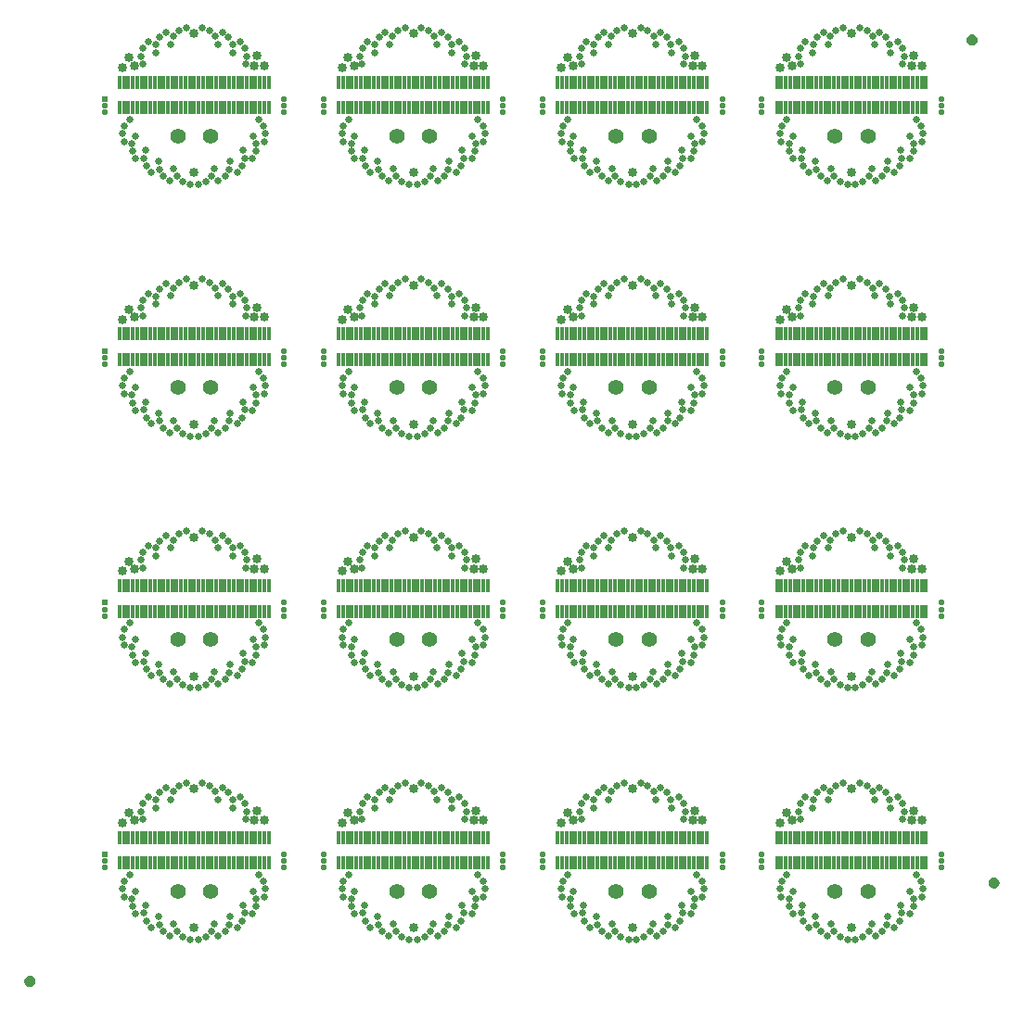
<source format=gts>
G75*
%MOIN*%
%OFA0B0*%
%FSLAX25Y25*%
%IPPOS*%
%LPD*%
%AMOC8*
5,1,8,0,0,1.08239X$1,22.5*
%
%ADD10C,0.05518*%
%ADD11C,0.02369*%
%ADD12C,0.02172*%
%ADD13C,0.03353*%
%ADD14R,0.01187X0.04888*%
%ADD15C,0.02500*%
%ADD16C,0.01969*%
D10*
X0328219Y0178022D03*
X0340030Y0178022D03*
X0406959Y0178022D03*
X0418770Y0178022D03*
X0485699Y0178022D03*
X0497510Y0178022D03*
X0564439Y0178022D03*
X0576250Y0178022D03*
X0576250Y0268573D03*
X0564439Y0268573D03*
X0497510Y0268573D03*
X0485699Y0268573D03*
X0418770Y0268573D03*
X0406959Y0268573D03*
X0340030Y0268573D03*
X0328219Y0268573D03*
X0328219Y0359124D03*
X0340030Y0359124D03*
X0406959Y0359124D03*
X0418770Y0359124D03*
X0485699Y0359124D03*
X0497510Y0359124D03*
X0564439Y0359124D03*
X0576250Y0359124D03*
X0576250Y0449675D03*
X0564439Y0449675D03*
X0497510Y0449675D03*
X0485699Y0449675D03*
X0418770Y0449675D03*
X0406959Y0449675D03*
X0340030Y0449675D03*
X0328219Y0449675D03*
D11*
X0301841Y0462864D03*
X0301841Y0372313D03*
X0301841Y0281762D03*
X0301841Y0191211D03*
D12*
X0301841Y0188848D03*
X0301841Y0186486D03*
X0366407Y0186486D03*
X0366407Y0188848D03*
X0366407Y0191211D03*
X0380581Y0191211D03*
X0380581Y0188848D03*
X0380581Y0186486D03*
X0445148Y0186486D03*
X0445148Y0188848D03*
X0445148Y0191211D03*
X0459321Y0191211D03*
X0459321Y0188848D03*
X0459321Y0186486D03*
X0523888Y0186486D03*
X0523888Y0188848D03*
X0523888Y0191211D03*
X0538061Y0191211D03*
X0538061Y0188848D03*
X0538061Y0186486D03*
X0602628Y0186486D03*
X0602628Y0188848D03*
X0602628Y0191211D03*
X0602628Y0277037D03*
X0602628Y0279400D03*
X0602628Y0281762D03*
X0538061Y0281762D03*
X0538061Y0279400D03*
X0538061Y0277037D03*
X0523888Y0277037D03*
X0523888Y0279400D03*
X0523888Y0281762D03*
X0459321Y0281762D03*
X0459321Y0279400D03*
X0459321Y0277037D03*
X0445148Y0277037D03*
X0445148Y0279400D03*
X0445148Y0281762D03*
X0380581Y0281762D03*
X0380581Y0279400D03*
X0380581Y0277037D03*
X0366407Y0277037D03*
X0366407Y0279400D03*
X0366407Y0281762D03*
X0301841Y0279400D03*
X0301841Y0277037D03*
X0301841Y0367589D03*
X0301841Y0369951D03*
X0366407Y0369951D03*
X0366407Y0372313D03*
X0366407Y0367589D03*
X0380581Y0367589D03*
X0380581Y0369951D03*
X0380581Y0372313D03*
X0445148Y0372313D03*
X0445148Y0369951D03*
X0445148Y0367589D03*
X0459321Y0367589D03*
X0459321Y0369951D03*
X0459321Y0372313D03*
X0523888Y0372313D03*
X0523888Y0369951D03*
X0523888Y0367589D03*
X0538061Y0367589D03*
X0538061Y0369951D03*
X0538061Y0372313D03*
X0602628Y0372313D03*
X0602628Y0369951D03*
X0602628Y0367589D03*
X0602628Y0458140D03*
X0602628Y0460502D03*
X0602628Y0462864D03*
X0538061Y0462864D03*
X0538061Y0460502D03*
X0538061Y0458140D03*
X0523888Y0458140D03*
X0523888Y0460502D03*
X0523888Y0462864D03*
X0459321Y0462864D03*
X0459321Y0460502D03*
X0459321Y0458140D03*
X0445148Y0458140D03*
X0445148Y0460502D03*
X0445148Y0462864D03*
X0380581Y0462864D03*
X0380581Y0460502D03*
X0380581Y0458140D03*
X0366407Y0458140D03*
X0366407Y0460502D03*
X0366407Y0462864D03*
X0301841Y0460502D03*
X0301841Y0458140D03*
D13*
X0308494Y0474242D03*
X0310699Y0477825D03*
X0312785Y0475069D03*
X0334124Y0486486D03*
X0356565Y0478612D03*
X0355778Y0475069D03*
X0359321Y0475069D03*
X0387234Y0474242D03*
X0389439Y0477825D03*
X0391526Y0475069D03*
X0412864Y0486486D03*
X0435305Y0478612D03*
X0434518Y0475069D03*
X0438061Y0475069D03*
X0465974Y0474242D03*
X0468179Y0477825D03*
X0470266Y0475069D03*
X0491604Y0486486D03*
X0514045Y0478612D03*
X0513258Y0475069D03*
X0516801Y0475069D03*
X0544715Y0474242D03*
X0546919Y0477825D03*
X0549006Y0475069D03*
X0570344Y0486486D03*
X0592785Y0478612D03*
X0591998Y0475069D03*
X0595541Y0475069D03*
X0570344Y0436486D03*
X0570344Y0395935D03*
X0592785Y0388061D03*
X0591998Y0384518D03*
X0595541Y0384518D03*
X0549006Y0384518D03*
X0546919Y0387274D03*
X0544715Y0383691D03*
X0516801Y0384518D03*
X0513258Y0384518D03*
X0514045Y0388061D03*
X0491604Y0395935D03*
X0470266Y0384518D03*
X0468179Y0387274D03*
X0465974Y0383691D03*
X0438061Y0384518D03*
X0434518Y0384518D03*
X0435305Y0388061D03*
X0412864Y0395935D03*
X0391526Y0384518D03*
X0389439Y0387274D03*
X0387234Y0383691D03*
X0359321Y0384518D03*
X0355778Y0384518D03*
X0356565Y0388061D03*
X0334124Y0395935D03*
X0312785Y0384518D03*
X0310699Y0387274D03*
X0308494Y0383691D03*
X0334124Y0345935D03*
X0334124Y0305384D03*
X0312785Y0293967D03*
X0310699Y0296722D03*
X0308494Y0293140D03*
X0355778Y0293967D03*
X0359321Y0293967D03*
X0356565Y0297510D03*
X0387234Y0293140D03*
X0389439Y0296722D03*
X0391526Y0293967D03*
X0412864Y0305384D03*
X0435305Y0297510D03*
X0434518Y0293967D03*
X0438061Y0293967D03*
X0465974Y0293140D03*
X0468179Y0296722D03*
X0470266Y0293967D03*
X0491604Y0305384D03*
X0514045Y0297510D03*
X0513258Y0293967D03*
X0516801Y0293967D03*
X0544715Y0293140D03*
X0546919Y0296722D03*
X0549006Y0293967D03*
X0570344Y0305384D03*
X0592785Y0297510D03*
X0591998Y0293967D03*
X0595541Y0293967D03*
X0570344Y0255384D03*
X0570344Y0214833D03*
X0592785Y0206959D03*
X0591998Y0203415D03*
X0595541Y0203415D03*
X0549006Y0203415D03*
X0546919Y0206171D03*
X0544715Y0202589D03*
X0516801Y0203415D03*
X0513258Y0203415D03*
X0514045Y0206959D03*
X0491604Y0214833D03*
X0470266Y0203415D03*
X0468179Y0206171D03*
X0465974Y0202589D03*
X0438061Y0203415D03*
X0434518Y0203415D03*
X0435305Y0206959D03*
X0412864Y0214833D03*
X0391526Y0203415D03*
X0389439Y0206171D03*
X0387234Y0202589D03*
X0359321Y0203415D03*
X0355778Y0203415D03*
X0356565Y0206959D03*
X0334124Y0214833D03*
X0312785Y0203415D03*
X0310699Y0206171D03*
X0308494Y0202589D03*
X0334124Y0164833D03*
X0412864Y0164833D03*
X0491604Y0164833D03*
X0570344Y0164833D03*
X0491604Y0255384D03*
X0412864Y0255384D03*
X0334124Y0255384D03*
X0412864Y0345935D03*
X0491604Y0345935D03*
X0570344Y0345935D03*
X0491604Y0436486D03*
X0412864Y0436486D03*
X0334124Y0436486D03*
D14*
X0334124Y0459833D03*
X0332549Y0459833D03*
X0330974Y0459833D03*
X0329400Y0459833D03*
X0327825Y0459833D03*
X0326250Y0459833D03*
X0324675Y0459833D03*
X0323100Y0459833D03*
X0321526Y0459833D03*
X0319951Y0459833D03*
X0318376Y0459833D03*
X0316801Y0459833D03*
X0315226Y0459833D03*
X0313652Y0459833D03*
X0312077Y0459833D03*
X0310502Y0459833D03*
X0308927Y0459833D03*
X0307352Y0459833D03*
X0307352Y0469045D03*
X0308927Y0469045D03*
X0310502Y0469045D03*
X0312077Y0469045D03*
X0313652Y0469045D03*
X0315226Y0469045D03*
X0316801Y0469045D03*
X0318376Y0469045D03*
X0319951Y0469045D03*
X0321526Y0469045D03*
X0323100Y0469045D03*
X0324675Y0469045D03*
X0326250Y0469045D03*
X0327825Y0469045D03*
X0329400Y0469045D03*
X0330974Y0469045D03*
X0332549Y0469045D03*
X0334124Y0469045D03*
X0335699Y0469045D03*
X0337274Y0469045D03*
X0338848Y0469045D03*
X0340423Y0469045D03*
X0341998Y0469045D03*
X0343573Y0469045D03*
X0345148Y0469045D03*
X0346722Y0469045D03*
X0348297Y0469045D03*
X0349872Y0469045D03*
X0351447Y0469045D03*
X0353022Y0469045D03*
X0354596Y0469045D03*
X0356171Y0469045D03*
X0357746Y0469045D03*
X0359321Y0469045D03*
X0360896Y0469045D03*
X0360896Y0459833D03*
X0359321Y0459833D03*
X0357746Y0459833D03*
X0356171Y0459833D03*
X0354596Y0459833D03*
X0353022Y0459833D03*
X0351447Y0459833D03*
X0349872Y0459833D03*
X0348297Y0459833D03*
X0346722Y0459833D03*
X0345148Y0459833D03*
X0343573Y0459833D03*
X0341998Y0459833D03*
X0340423Y0459833D03*
X0338848Y0459833D03*
X0337274Y0459833D03*
X0335699Y0459833D03*
X0386093Y0459833D03*
X0387667Y0459833D03*
X0389242Y0459833D03*
X0390817Y0459833D03*
X0392392Y0459833D03*
X0393967Y0459833D03*
X0395541Y0459833D03*
X0397116Y0459833D03*
X0398691Y0459833D03*
X0400266Y0459833D03*
X0401841Y0459833D03*
X0403415Y0459833D03*
X0404990Y0459833D03*
X0406565Y0459833D03*
X0408140Y0459833D03*
X0409715Y0459833D03*
X0411289Y0459833D03*
X0412864Y0459833D03*
X0414439Y0459833D03*
X0416014Y0459833D03*
X0417589Y0459833D03*
X0419163Y0459833D03*
X0420738Y0459833D03*
X0422313Y0459833D03*
X0423888Y0459833D03*
X0425463Y0459833D03*
X0427037Y0459833D03*
X0428612Y0459833D03*
X0430187Y0459833D03*
X0431762Y0459833D03*
X0433337Y0459833D03*
X0434911Y0459833D03*
X0436486Y0459833D03*
X0438061Y0459833D03*
X0439636Y0459833D03*
X0439636Y0469045D03*
X0438061Y0469045D03*
X0436486Y0469045D03*
X0434911Y0469045D03*
X0433337Y0469045D03*
X0431762Y0469045D03*
X0430187Y0469045D03*
X0428612Y0469045D03*
X0427037Y0469045D03*
X0425463Y0469045D03*
X0423888Y0469045D03*
X0422313Y0469045D03*
X0420738Y0469045D03*
X0419163Y0469045D03*
X0417589Y0469045D03*
X0416014Y0469045D03*
X0414439Y0469045D03*
X0412864Y0469045D03*
X0411289Y0469045D03*
X0409715Y0469045D03*
X0408140Y0469045D03*
X0406565Y0469045D03*
X0404990Y0469045D03*
X0403415Y0469045D03*
X0401841Y0469045D03*
X0400266Y0469045D03*
X0398691Y0469045D03*
X0397116Y0469045D03*
X0395541Y0469045D03*
X0393967Y0469045D03*
X0392392Y0469045D03*
X0390817Y0469045D03*
X0389242Y0469045D03*
X0387667Y0469045D03*
X0386093Y0469045D03*
X0464833Y0469045D03*
X0466407Y0469045D03*
X0467982Y0469045D03*
X0469557Y0469045D03*
X0471132Y0469045D03*
X0472707Y0469045D03*
X0474281Y0469045D03*
X0475856Y0469045D03*
X0477431Y0469045D03*
X0479006Y0469045D03*
X0480581Y0469045D03*
X0482156Y0469045D03*
X0483730Y0469045D03*
X0485305Y0469045D03*
X0486880Y0469045D03*
X0488455Y0469045D03*
X0490030Y0469045D03*
X0491604Y0469045D03*
X0493179Y0469045D03*
X0494754Y0469045D03*
X0496329Y0469045D03*
X0497904Y0469045D03*
X0499478Y0469045D03*
X0501053Y0469045D03*
X0502628Y0469045D03*
X0504203Y0469045D03*
X0505778Y0469045D03*
X0507352Y0469045D03*
X0508927Y0469045D03*
X0510502Y0469045D03*
X0512077Y0469045D03*
X0513652Y0469045D03*
X0515226Y0469045D03*
X0516801Y0469045D03*
X0518376Y0469045D03*
X0518376Y0459833D03*
X0516801Y0459833D03*
X0515226Y0459833D03*
X0513652Y0459833D03*
X0512077Y0459833D03*
X0510502Y0459833D03*
X0508927Y0459833D03*
X0507352Y0459833D03*
X0505778Y0459833D03*
X0504203Y0459833D03*
X0502628Y0459833D03*
X0501053Y0459833D03*
X0499478Y0459833D03*
X0497904Y0459833D03*
X0496329Y0459833D03*
X0494754Y0459833D03*
X0493179Y0459833D03*
X0491604Y0459833D03*
X0490030Y0459833D03*
X0488455Y0459833D03*
X0486880Y0459833D03*
X0485305Y0459833D03*
X0483730Y0459833D03*
X0482156Y0459833D03*
X0480581Y0459833D03*
X0479006Y0459833D03*
X0477431Y0459833D03*
X0475856Y0459833D03*
X0474281Y0459833D03*
X0472707Y0459833D03*
X0471132Y0459833D03*
X0469557Y0459833D03*
X0467982Y0459833D03*
X0466407Y0459833D03*
X0464833Y0459833D03*
X0543573Y0459833D03*
X0545148Y0459833D03*
X0546722Y0459833D03*
X0548297Y0459833D03*
X0549872Y0459833D03*
X0551447Y0459833D03*
X0553022Y0459833D03*
X0554596Y0459833D03*
X0556171Y0459833D03*
X0557746Y0459833D03*
X0559321Y0459833D03*
X0560896Y0459833D03*
X0562470Y0459833D03*
X0564045Y0459833D03*
X0565620Y0459833D03*
X0567195Y0459833D03*
X0568770Y0459833D03*
X0570344Y0459833D03*
X0571919Y0459833D03*
X0573494Y0459833D03*
X0575069Y0459833D03*
X0576644Y0459833D03*
X0578219Y0459833D03*
X0579793Y0459833D03*
X0581368Y0459833D03*
X0582943Y0459833D03*
X0584518Y0459833D03*
X0586093Y0459833D03*
X0587667Y0459833D03*
X0589242Y0459833D03*
X0590817Y0459833D03*
X0592392Y0459833D03*
X0593967Y0459833D03*
X0595541Y0459833D03*
X0597116Y0459833D03*
X0597116Y0469045D03*
X0595541Y0469045D03*
X0593967Y0469045D03*
X0592392Y0469045D03*
X0590817Y0469045D03*
X0589242Y0469045D03*
X0587667Y0469045D03*
X0586093Y0469045D03*
X0584518Y0469045D03*
X0582943Y0469045D03*
X0581368Y0469045D03*
X0579793Y0469045D03*
X0578219Y0469045D03*
X0576644Y0469045D03*
X0575069Y0469045D03*
X0573494Y0469045D03*
X0571919Y0469045D03*
X0570344Y0469045D03*
X0568770Y0469045D03*
X0567195Y0469045D03*
X0565620Y0469045D03*
X0564045Y0469045D03*
X0562470Y0469045D03*
X0560896Y0469045D03*
X0559321Y0469045D03*
X0557746Y0469045D03*
X0556171Y0469045D03*
X0554596Y0469045D03*
X0553022Y0469045D03*
X0551447Y0469045D03*
X0549872Y0469045D03*
X0548297Y0469045D03*
X0546722Y0469045D03*
X0545148Y0469045D03*
X0543573Y0469045D03*
X0543573Y0378494D03*
X0545148Y0378494D03*
X0546722Y0378494D03*
X0548297Y0378494D03*
X0549872Y0378494D03*
X0551447Y0378494D03*
X0553022Y0378494D03*
X0554596Y0378494D03*
X0556171Y0378494D03*
X0557746Y0378494D03*
X0559321Y0378494D03*
X0560896Y0378494D03*
X0562470Y0378494D03*
X0564045Y0378494D03*
X0565620Y0378494D03*
X0567195Y0378494D03*
X0568770Y0378494D03*
X0570344Y0378494D03*
X0571919Y0378494D03*
X0573494Y0378494D03*
X0575069Y0378494D03*
X0576644Y0378494D03*
X0578219Y0378494D03*
X0579793Y0378494D03*
X0581368Y0378494D03*
X0582943Y0378494D03*
X0584518Y0378494D03*
X0586093Y0378494D03*
X0587667Y0378494D03*
X0589242Y0378494D03*
X0590817Y0378494D03*
X0592392Y0378494D03*
X0593967Y0378494D03*
X0595541Y0378494D03*
X0597116Y0378494D03*
X0597116Y0369281D03*
X0595541Y0369281D03*
X0593967Y0369281D03*
X0592392Y0369281D03*
X0590817Y0369281D03*
X0589242Y0369281D03*
X0587667Y0369281D03*
X0586093Y0369281D03*
X0584518Y0369281D03*
X0582943Y0369281D03*
X0581368Y0369281D03*
X0579793Y0369281D03*
X0578219Y0369281D03*
X0576644Y0369281D03*
X0575069Y0369281D03*
X0573494Y0369281D03*
X0571919Y0369281D03*
X0570344Y0369281D03*
X0568770Y0369281D03*
X0567195Y0369281D03*
X0565620Y0369281D03*
X0564045Y0369281D03*
X0562470Y0369281D03*
X0560896Y0369281D03*
X0559321Y0369281D03*
X0557746Y0369281D03*
X0556171Y0369281D03*
X0554596Y0369281D03*
X0553022Y0369281D03*
X0551447Y0369281D03*
X0549872Y0369281D03*
X0548297Y0369281D03*
X0546722Y0369281D03*
X0545148Y0369281D03*
X0543573Y0369281D03*
X0518376Y0369281D03*
X0516801Y0369281D03*
X0515226Y0369281D03*
X0513652Y0369281D03*
X0512077Y0369281D03*
X0510502Y0369281D03*
X0508927Y0369281D03*
X0507352Y0369281D03*
X0505778Y0369281D03*
X0504203Y0369281D03*
X0502628Y0369281D03*
X0501053Y0369281D03*
X0499478Y0369281D03*
X0497904Y0369281D03*
X0496329Y0369281D03*
X0494754Y0369281D03*
X0493179Y0369281D03*
X0491604Y0369281D03*
X0490030Y0369281D03*
X0488455Y0369281D03*
X0486880Y0369281D03*
X0485305Y0369281D03*
X0483730Y0369281D03*
X0482156Y0369281D03*
X0480581Y0369281D03*
X0479006Y0369281D03*
X0477431Y0369281D03*
X0475856Y0369281D03*
X0474281Y0369281D03*
X0472707Y0369281D03*
X0471132Y0369281D03*
X0469557Y0369281D03*
X0467982Y0369281D03*
X0466407Y0369281D03*
X0464833Y0369281D03*
X0464833Y0378494D03*
X0466407Y0378494D03*
X0467982Y0378494D03*
X0469557Y0378494D03*
X0471132Y0378494D03*
X0472707Y0378494D03*
X0474281Y0378494D03*
X0475856Y0378494D03*
X0477431Y0378494D03*
X0479006Y0378494D03*
X0480581Y0378494D03*
X0482156Y0378494D03*
X0483730Y0378494D03*
X0485305Y0378494D03*
X0486880Y0378494D03*
X0488455Y0378494D03*
X0490030Y0378494D03*
X0491604Y0378494D03*
X0493179Y0378494D03*
X0494754Y0378494D03*
X0496329Y0378494D03*
X0497904Y0378494D03*
X0499478Y0378494D03*
X0501053Y0378494D03*
X0502628Y0378494D03*
X0504203Y0378494D03*
X0505778Y0378494D03*
X0507352Y0378494D03*
X0508927Y0378494D03*
X0510502Y0378494D03*
X0512077Y0378494D03*
X0513652Y0378494D03*
X0515226Y0378494D03*
X0516801Y0378494D03*
X0518376Y0378494D03*
X0439636Y0378494D03*
X0438061Y0378494D03*
X0436486Y0378494D03*
X0434911Y0378494D03*
X0433337Y0378494D03*
X0431762Y0378494D03*
X0430187Y0378494D03*
X0428612Y0378494D03*
X0427037Y0378494D03*
X0425463Y0378494D03*
X0423888Y0378494D03*
X0422313Y0378494D03*
X0420738Y0378494D03*
X0419163Y0378494D03*
X0417589Y0378494D03*
X0416014Y0378494D03*
X0414439Y0378494D03*
X0412864Y0378494D03*
X0411289Y0378494D03*
X0409715Y0378494D03*
X0408140Y0378494D03*
X0406565Y0378494D03*
X0404990Y0378494D03*
X0403415Y0378494D03*
X0401841Y0378494D03*
X0400266Y0378494D03*
X0398691Y0378494D03*
X0397116Y0378494D03*
X0395541Y0378494D03*
X0393967Y0378494D03*
X0392392Y0378494D03*
X0390817Y0378494D03*
X0389242Y0378494D03*
X0387667Y0378494D03*
X0386093Y0378494D03*
X0386093Y0369281D03*
X0387667Y0369281D03*
X0389242Y0369281D03*
X0390817Y0369281D03*
X0392392Y0369281D03*
X0393967Y0369281D03*
X0395541Y0369281D03*
X0397116Y0369281D03*
X0398691Y0369281D03*
X0400266Y0369281D03*
X0401841Y0369281D03*
X0403415Y0369281D03*
X0404990Y0369281D03*
X0406565Y0369281D03*
X0408140Y0369281D03*
X0409715Y0369281D03*
X0411289Y0369281D03*
X0412864Y0369281D03*
X0414439Y0369281D03*
X0416014Y0369281D03*
X0417589Y0369281D03*
X0419163Y0369281D03*
X0420738Y0369281D03*
X0422313Y0369281D03*
X0423888Y0369281D03*
X0425463Y0369281D03*
X0427037Y0369281D03*
X0428612Y0369281D03*
X0430187Y0369281D03*
X0431762Y0369281D03*
X0433337Y0369281D03*
X0434911Y0369281D03*
X0436486Y0369281D03*
X0438061Y0369281D03*
X0439636Y0369281D03*
X0360896Y0369281D03*
X0359321Y0369281D03*
X0357746Y0369281D03*
X0356171Y0369281D03*
X0354596Y0369281D03*
X0353022Y0369281D03*
X0351447Y0369281D03*
X0349872Y0369281D03*
X0348297Y0369281D03*
X0346722Y0369281D03*
X0345148Y0369281D03*
X0343573Y0369281D03*
X0341998Y0369281D03*
X0340423Y0369281D03*
X0338848Y0369281D03*
X0337274Y0369281D03*
X0335699Y0369281D03*
X0334124Y0369281D03*
X0332549Y0369281D03*
X0330974Y0369281D03*
X0329400Y0369281D03*
X0327825Y0369281D03*
X0326250Y0369281D03*
X0324675Y0369281D03*
X0323100Y0369281D03*
X0321526Y0369281D03*
X0319951Y0369281D03*
X0318376Y0369281D03*
X0316801Y0369281D03*
X0315226Y0369281D03*
X0313652Y0369281D03*
X0312077Y0369281D03*
X0310502Y0369281D03*
X0308927Y0369281D03*
X0307352Y0369281D03*
X0307352Y0378494D03*
X0308927Y0378494D03*
X0310502Y0378494D03*
X0312077Y0378494D03*
X0313652Y0378494D03*
X0315226Y0378494D03*
X0316801Y0378494D03*
X0318376Y0378494D03*
X0319951Y0378494D03*
X0321526Y0378494D03*
X0323100Y0378494D03*
X0324675Y0378494D03*
X0326250Y0378494D03*
X0327825Y0378494D03*
X0329400Y0378494D03*
X0330974Y0378494D03*
X0332549Y0378494D03*
X0334124Y0378494D03*
X0335699Y0378494D03*
X0337274Y0378494D03*
X0338848Y0378494D03*
X0340423Y0378494D03*
X0341998Y0378494D03*
X0343573Y0378494D03*
X0345148Y0378494D03*
X0346722Y0378494D03*
X0348297Y0378494D03*
X0349872Y0378494D03*
X0351447Y0378494D03*
X0353022Y0378494D03*
X0354596Y0378494D03*
X0356171Y0378494D03*
X0357746Y0378494D03*
X0359321Y0378494D03*
X0360896Y0378494D03*
X0360896Y0287943D03*
X0359321Y0287943D03*
X0357746Y0287943D03*
X0356171Y0287943D03*
X0354596Y0287943D03*
X0353022Y0287943D03*
X0351447Y0287943D03*
X0349872Y0287943D03*
X0348297Y0287943D03*
X0346722Y0287943D03*
X0345148Y0287943D03*
X0343573Y0287943D03*
X0341998Y0287943D03*
X0340423Y0287943D03*
X0338848Y0287943D03*
X0337274Y0287943D03*
X0335699Y0287943D03*
X0334124Y0287943D03*
X0332549Y0287943D03*
X0330974Y0287943D03*
X0329400Y0287943D03*
X0327825Y0287943D03*
X0326250Y0287943D03*
X0324675Y0287943D03*
X0323100Y0287943D03*
X0321526Y0287943D03*
X0319951Y0287943D03*
X0318376Y0287943D03*
X0316801Y0287943D03*
X0315226Y0287943D03*
X0313652Y0287943D03*
X0312077Y0287943D03*
X0310502Y0287943D03*
X0308927Y0287943D03*
X0307352Y0287943D03*
X0307352Y0278730D03*
X0308927Y0278730D03*
X0310502Y0278730D03*
X0312077Y0278730D03*
X0313652Y0278730D03*
X0315226Y0278730D03*
X0316801Y0278730D03*
X0318376Y0278730D03*
X0319951Y0278730D03*
X0321526Y0278730D03*
X0323100Y0278730D03*
X0324675Y0278730D03*
X0326250Y0278730D03*
X0327825Y0278730D03*
X0329400Y0278730D03*
X0330974Y0278730D03*
X0332549Y0278730D03*
X0334124Y0278730D03*
X0335699Y0278730D03*
X0337274Y0278730D03*
X0338848Y0278730D03*
X0340423Y0278730D03*
X0341998Y0278730D03*
X0343573Y0278730D03*
X0345148Y0278730D03*
X0346722Y0278730D03*
X0348297Y0278730D03*
X0349872Y0278730D03*
X0351447Y0278730D03*
X0353022Y0278730D03*
X0354596Y0278730D03*
X0356171Y0278730D03*
X0357746Y0278730D03*
X0359321Y0278730D03*
X0360896Y0278730D03*
X0386093Y0278730D03*
X0387667Y0278730D03*
X0389242Y0278730D03*
X0390817Y0278730D03*
X0392392Y0278730D03*
X0393967Y0278730D03*
X0395541Y0278730D03*
X0397116Y0278730D03*
X0398691Y0278730D03*
X0400266Y0278730D03*
X0401841Y0278730D03*
X0403415Y0278730D03*
X0404990Y0278730D03*
X0406565Y0278730D03*
X0408140Y0278730D03*
X0409715Y0278730D03*
X0411289Y0278730D03*
X0412864Y0278730D03*
X0414439Y0278730D03*
X0416014Y0278730D03*
X0417589Y0278730D03*
X0419163Y0278730D03*
X0420738Y0278730D03*
X0422313Y0278730D03*
X0423888Y0278730D03*
X0425463Y0278730D03*
X0427037Y0278730D03*
X0428612Y0278730D03*
X0430187Y0278730D03*
X0431762Y0278730D03*
X0433337Y0278730D03*
X0434911Y0278730D03*
X0436486Y0278730D03*
X0438061Y0278730D03*
X0439636Y0278730D03*
X0439636Y0287943D03*
X0438061Y0287943D03*
X0436486Y0287943D03*
X0434911Y0287943D03*
X0433337Y0287943D03*
X0431762Y0287943D03*
X0430187Y0287943D03*
X0428612Y0287943D03*
X0427037Y0287943D03*
X0425463Y0287943D03*
X0423888Y0287943D03*
X0422313Y0287943D03*
X0420738Y0287943D03*
X0419163Y0287943D03*
X0417589Y0287943D03*
X0416014Y0287943D03*
X0414439Y0287943D03*
X0412864Y0287943D03*
X0411289Y0287943D03*
X0409715Y0287943D03*
X0408140Y0287943D03*
X0406565Y0287943D03*
X0404990Y0287943D03*
X0403415Y0287943D03*
X0401841Y0287943D03*
X0400266Y0287943D03*
X0398691Y0287943D03*
X0397116Y0287943D03*
X0395541Y0287943D03*
X0393967Y0287943D03*
X0392392Y0287943D03*
X0390817Y0287943D03*
X0389242Y0287943D03*
X0387667Y0287943D03*
X0386093Y0287943D03*
X0464833Y0287943D03*
X0466407Y0287943D03*
X0467982Y0287943D03*
X0469557Y0287943D03*
X0471132Y0287943D03*
X0472707Y0287943D03*
X0474281Y0287943D03*
X0475856Y0287943D03*
X0477431Y0287943D03*
X0479006Y0287943D03*
X0480581Y0287943D03*
X0482156Y0287943D03*
X0483730Y0287943D03*
X0485305Y0287943D03*
X0486880Y0287943D03*
X0488455Y0287943D03*
X0490030Y0287943D03*
X0491604Y0287943D03*
X0493179Y0287943D03*
X0494754Y0287943D03*
X0496329Y0287943D03*
X0497904Y0287943D03*
X0499478Y0287943D03*
X0501053Y0287943D03*
X0502628Y0287943D03*
X0504203Y0287943D03*
X0505778Y0287943D03*
X0507352Y0287943D03*
X0508927Y0287943D03*
X0510502Y0287943D03*
X0512077Y0287943D03*
X0513652Y0287943D03*
X0515226Y0287943D03*
X0516801Y0287943D03*
X0518376Y0287943D03*
X0518376Y0278730D03*
X0516801Y0278730D03*
X0515226Y0278730D03*
X0513652Y0278730D03*
X0512077Y0278730D03*
X0510502Y0278730D03*
X0508927Y0278730D03*
X0507352Y0278730D03*
X0505778Y0278730D03*
X0504203Y0278730D03*
X0502628Y0278730D03*
X0501053Y0278730D03*
X0499478Y0278730D03*
X0497904Y0278730D03*
X0496329Y0278730D03*
X0494754Y0278730D03*
X0493179Y0278730D03*
X0491604Y0278730D03*
X0490030Y0278730D03*
X0488455Y0278730D03*
X0486880Y0278730D03*
X0485305Y0278730D03*
X0483730Y0278730D03*
X0482156Y0278730D03*
X0480581Y0278730D03*
X0479006Y0278730D03*
X0477431Y0278730D03*
X0475856Y0278730D03*
X0474281Y0278730D03*
X0472707Y0278730D03*
X0471132Y0278730D03*
X0469557Y0278730D03*
X0467982Y0278730D03*
X0466407Y0278730D03*
X0464833Y0278730D03*
X0543573Y0278730D03*
X0545148Y0278730D03*
X0546722Y0278730D03*
X0548297Y0278730D03*
X0549872Y0278730D03*
X0551447Y0278730D03*
X0553022Y0278730D03*
X0554596Y0278730D03*
X0556171Y0278730D03*
X0557746Y0278730D03*
X0559321Y0278730D03*
X0560896Y0278730D03*
X0562470Y0278730D03*
X0564045Y0278730D03*
X0565620Y0278730D03*
X0567195Y0278730D03*
X0568770Y0278730D03*
X0570344Y0278730D03*
X0571919Y0278730D03*
X0573494Y0278730D03*
X0575069Y0278730D03*
X0576644Y0278730D03*
X0578219Y0278730D03*
X0579793Y0278730D03*
X0581368Y0278730D03*
X0582943Y0278730D03*
X0584518Y0278730D03*
X0586093Y0278730D03*
X0587667Y0278730D03*
X0589242Y0278730D03*
X0590817Y0278730D03*
X0592392Y0278730D03*
X0593967Y0278730D03*
X0595541Y0278730D03*
X0597116Y0278730D03*
X0597116Y0287943D03*
X0595541Y0287943D03*
X0593967Y0287943D03*
X0592392Y0287943D03*
X0590817Y0287943D03*
X0589242Y0287943D03*
X0587667Y0287943D03*
X0586093Y0287943D03*
X0584518Y0287943D03*
X0582943Y0287943D03*
X0581368Y0287943D03*
X0579793Y0287943D03*
X0578219Y0287943D03*
X0576644Y0287943D03*
X0575069Y0287943D03*
X0573494Y0287943D03*
X0571919Y0287943D03*
X0570344Y0287943D03*
X0568770Y0287943D03*
X0567195Y0287943D03*
X0565620Y0287943D03*
X0564045Y0287943D03*
X0562470Y0287943D03*
X0560896Y0287943D03*
X0559321Y0287943D03*
X0557746Y0287943D03*
X0556171Y0287943D03*
X0554596Y0287943D03*
X0553022Y0287943D03*
X0551447Y0287943D03*
X0549872Y0287943D03*
X0548297Y0287943D03*
X0546722Y0287943D03*
X0545148Y0287943D03*
X0543573Y0287943D03*
X0543573Y0197392D03*
X0545148Y0197392D03*
X0546722Y0197392D03*
X0548297Y0197392D03*
X0549872Y0197392D03*
X0551447Y0197392D03*
X0553022Y0197392D03*
X0554596Y0197392D03*
X0556171Y0197392D03*
X0557746Y0197392D03*
X0559321Y0197392D03*
X0560896Y0197392D03*
X0562470Y0197392D03*
X0564045Y0197392D03*
X0565620Y0197392D03*
X0567195Y0197392D03*
X0568770Y0197392D03*
X0570344Y0197392D03*
X0571919Y0197392D03*
X0573494Y0197392D03*
X0575069Y0197392D03*
X0576644Y0197392D03*
X0578219Y0197392D03*
X0579793Y0197392D03*
X0581368Y0197392D03*
X0582943Y0197392D03*
X0584518Y0197392D03*
X0586093Y0197392D03*
X0587667Y0197392D03*
X0589242Y0197392D03*
X0590817Y0197392D03*
X0592392Y0197392D03*
X0593967Y0197392D03*
X0595541Y0197392D03*
X0597116Y0197392D03*
X0597116Y0188179D03*
X0595541Y0188179D03*
X0593967Y0188179D03*
X0592392Y0188179D03*
X0590817Y0188179D03*
X0589242Y0188179D03*
X0587667Y0188179D03*
X0586093Y0188179D03*
X0584518Y0188179D03*
X0582943Y0188179D03*
X0581368Y0188179D03*
X0579793Y0188179D03*
X0578219Y0188179D03*
X0576644Y0188179D03*
X0575069Y0188179D03*
X0573494Y0188179D03*
X0571919Y0188179D03*
X0570344Y0188179D03*
X0568770Y0188179D03*
X0567195Y0188179D03*
X0565620Y0188179D03*
X0564045Y0188179D03*
X0562470Y0188179D03*
X0560896Y0188179D03*
X0559321Y0188179D03*
X0557746Y0188179D03*
X0556171Y0188179D03*
X0554596Y0188179D03*
X0553022Y0188179D03*
X0551447Y0188179D03*
X0549872Y0188179D03*
X0548297Y0188179D03*
X0546722Y0188179D03*
X0545148Y0188179D03*
X0543573Y0188179D03*
X0518376Y0188179D03*
X0516801Y0188179D03*
X0515226Y0188179D03*
X0513652Y0188179D03*
X0512077Y0188179D03*
X0510502Y0188179D03*
X0508927Y0188179D03*
X0507352Y0188179D03*
X0505778Y0188179D03*
X0504203Y0188179D03*
X0502628Y0188179D03*
X0501053Y0188179D03*
X0499478Y0188179D03*
X0497904Y0188179D03*
X0496329Y0188179D03*
X0494754Y0188179D03*
X0493179Y0188179D03*
X0491604Y0188179D03*
X0490030Y0188179D03*
X0488455Y0188179D03*
X0486880Y0188179D03*
X0485305Y0188179D03*
X0483730Y0188179D03*
X0482156Y0188179D03*
X0480581Y0188179D03*
X0479006Y0188179D03*
X0477431Y0188179D03*
X0475856Y0188179D03*
X0474281Y0188179D03*
X0472707Y0188179D03*
X0471132Y0188179D03*
X0469557Y0188179D03*
X0467982Y0188179D03*
X0466407Y0188179D03*
X0464833Y0188179D03*
X0464833Y0197392D03*
X0466407Y0197392D03*
X0467982Y0197392D03*
X0469557Y0197392D03*
X0471132Y0197392D03*
X0472707Y0197392D03*
X0474281Y0197392D03*
X0475856Y0197392D03*
X0477431Y0197392D03*
X0479006Y0197392D03*
X0480581Y0197392D03*
X0482156Y0197392D03*
X0483730Y0197392D03*
X0485305Y0197392D03*
X0486880Y0197392D03*
X0488455Y0197392D03*
X0490030Y0197392D03*
X0491604Y0197392D03*
X0493179Y0197392D03*
X0494754Y0197392D03*
X0496329Y0197392D03*
X0497904Y0197392D03*
X0499478Y0197392D03*
X0501053Y0197392D03*
X0502628Y0197392D03*
X0504203Y0197392D03*
X0505778Y0197392D03*
X0507352Y0197392D03*
X0508927Y0197392D03*
X0510502Y0197392D03*
X0512077Y0197392D03*
X0513652Y0197392D03*
X0515226Y0197392D03*
X0516801Y0197392D03*
X0518376Y0197392D03*
X0439636Y0197392D03*
X0438061Y0197392D03*
X0436486Y0197392D03*
X0434911Y0197392D03*
X0433337Y0197392D03*
X0431762Y0197392D03*
X0430187Y0197392D03*
X0428612Y0197392D03*
X0427037Y0197392D03*
X0425463Y0197392D03*
X0423888Y0197392D03*
X0422313Y0197392D03*
X0420738Y0197392D03*
X0419163Y0197392D03*
X0417589Y0197392D03*
X0416014Y0197392D03*
X0414439Y0197392D03*
X0412864Y0197392D03*
X0411289Y0197392D03*
X0409715Y0197392D03*
X0408140Y0197392D03*
X0406565Y0197392D03*
X0404990Y0197392D03*
X0403415Y0197392D03*
X0401841Y0197392D03*
X0400266Y0197392D03*
X0398691Y0197392D03*
X0397116Y0197392D03*
X0395541Y0197392D03*
X0393967Y0197392D03*
X0392392Y0197392D03*
X0390817Y0197392D03*
X0389242Y0197392D03*
X0387667Y0197392D03*
X0386093Y0197392D03*
X0386093Y0188179D03*
X0387667Y0188179D03*
X0389242Y0188179D03*
X0390817Y0188179D03*
X0392392Y0188179D03*
X0393967Y0188179D03*
X0395541Y0188179D03*
X0397116Y0188179D03*
X0398691Y0188179D03*
X0400266Y0188179D03*
X0401841Y0188179D03*
X0403415Y0188179D03*
X0404990Y0188179D03*
X0406565Y0188179D03*
X0408140Y0188179D03*
X0409715Y0188179D03*
X0411289Y0188179D03*
X0412864Y0188179D03*
X0414439Y0188179D03*
X0416014Y0188179D03*
X0417589Y0188179D03*
X0419163Y0188179D03*
X0420738Y0188179D03*
X0422313Y0188179D03*
X0423888Y0188179D03*
X0425463Y0188179D03*
X0427037Y0188179D03*
X0428612Y0188179D03*
X0430187Y0188179D03*
X0431762Y0188179D03*
X0433337Y0188179D03*
X0434911Y0188179D03*
X0436486Y0188179D03*
X0438061Y0188179D03*
X0439636Y0188179D03*
X0360896Y0188179D03*
X0359321Y0188179D03*
X0357746Y0188179D03*
X0356171Y0188179D03*
X0354596Y0188179D03*
X0353022Y0188179D03*
X0351447Y0188179D03*
X0349872Y0188179D03*
X0348297Y0188179D03*
X0346722Y0188179D03*
X0345148Y0188179D03*
X0343573Y0188179D03*
X0341998Y0188179D03*
X0340423Y0188179D03*
X0338848Y0188179D03*
X0337274Y0188179D03*
X0335699Y0188179D03*
X0334124Y0188179D03*
X0332549Y0188179D03*
X0330974Y0188179D03*
X0329400Y0188179D03*
X0327825Y0188179D03*
X0326250Y0188179D03*
X0324675Y0188179D03*
X0323100Y0188179D03*
X0321526Y0188179D03*
X0319951Y0188179D03*
X0318376Y0188179D03*
X0316801Y0188179D03*
X0315226Y0188179D03*
X0313652Y0188179D03*
X0312077Y0188179D03*
X0310502Y0188179D03*
X0308927Y0188179D03*
X0307352Y0188179D03*
X0307352Y0197392D03*
X0308927Y0197392D03*
X0310502Y0197392D03*
X0312077Y0197392D03*
X0313652Y0197392D03*
X0315226Y0197392D03*
X0316801Y0197392D03*
X0318376Y0197392D03*
X0319951Y0197392D03*
X0321526Y0197392D03*
X0323100Y0197392D03*
X0324675Y0197392D03*
X0326250Y0197392D03*
X0327825Y0197392D03*
X0329400Y0197392D03*
X0330974Y0197392D03*
X0332549Y0197392D03*
X0334124Y0197392D03*
X0335699Y0197392D03*
X0337274Y0197392D03*
X0338848Y0197392D03*
X0340423Y0197392D03*
X0341998Y0197392D03*
X0343573Y0197392D03*
X0345148Y0197392D03*
X0346722Y0197392D03*
X0348297Y0197392D03*
X0349872Y0197392D03*
X0351447Y0197392D03*
X0353022Y0197392D03*
X0354596Y0197392D03*
X0356171Y0197392D03*
X0357746Y0197392D03*
X0359321Y0197392D03*
X0360896Y0197392D03*
D15*
X0352522Y0203801D03*
X0353156Y0206645D03*
X0352447Y0209480D03*
X0350740Y0211819D03*
X0347902Y0210964D03*
X0348025Y0208053D03*
X0346482Y0213520D03*
X0344229Y0215337D03*
X0341708Y0213777D03*
X0342581Y0210997D03*
X0339676Y0215878D03*
X0337029Y0217050D03*
X0331219Y0217050D03*
X0328572Y0215878D03*
X0326540Y0213777D03*
X0325667Y0210997D03*
X0324019Y0215337D03*
X0321766Y0213520D03*
X0320346Y0210964D03*
X0320223Y0208053D03*
X0317508Y0211819D03*
X0315801Y0209480D03*
X0315092Y0206645D03*
X0315726Y0203801D03*
X0310943Y0183878D03*
X0309087Y0181632D03*
X0308432Y0178783D03*
X0308890Y0175925D03*
X0311808Y0175398D03*
X0313019Y0178048D03*
X0311912Y0172477D03*
X0313095Y0169834D03*
X0316049Y0170080D03*
X0316534Y0172953D03*
X0316906Y0167286D03*
X0318733Y0165039D03*
X0321523Y0166042D03*
X0321247Y0168942D03*
X0323074Y0163564D03*
X0325420Y0161867D03*
X0327855Y0163558D03*
X0326838Y0166288D03*
X0329994Y0161566D03*
X0332699Y0160534D03*
X0335549Y0160534D03*
X0338254Y0161566D03*
X0340393Y0163558D03*
X0341410Y0166288D03*
X0342829Y0161867D03*
X0345174Y0163564D03*
X0346725Y0166042D03*
X0347001Y0168942D03*
X0349515Y0165039D03*
X0351342Y0167286D03*
X0352199Y0170080D03*
X0351714Y0172953D03*
X0355153Y0169834D03*
X0356336Y0172477D03*
X0356440Y0175398D03*
X0355229Y0178048D03*
X0359358Y0175925D03*
X0359816Y0178783D03*
X0359161Y0181632D03*
X0357305Y0183878D03*
X0387172Y0178783D03*
X0387631Y0175925D03*
X0390548Y0175398D03*
X0391759Y0178048D03*
X0387827Y0181632D03*
X0389683Y0183878D03*
X0395274Y0172953D03*
X0394789Y0170080D03*
X0395646Y0167286D03*
X0397473Y0165039D03*
X0400263Y0166042D03*
X0399987Y0168942D03*
X0401814Y0163564D03*
X0404160Y0161867D03*
X0406595Y0163558D03*
X0405578Y0166288D03*
X0408734Y0161566D03*
X0411440Y0160534D03*
X0414289Y0160534D03*
X0416994Y0161566D03*
X0419133Y0163558D03*
X0420150Y0166288D03*
X0421569Y0161867D03*
X0423915Y0163564D03*
X0425466Y0166042D03*
X0425741Y0168942D03*
X0428255Y0165039D03*
X0430082Y0167286D03*
X0430939Y0170080D03*
X0430454Y0172953D03*
X0433893Y0169834D03*
X0435076Y0172477D03*
X0435181Y0175398D03*
X0433969Y0178048D03*
X0438098Y0175925D03*
X0438557Y0178783D03*
X0437901Y0181632D03*
X0436045Y0183878D03*
X0431262Y0203801D03*
X0431896Y0206645D03*
X0431187Y0209480D03*
X0429480Y0211819D03*
X0426642Y0210964D03*
X0426765Y0208053D03*
X0425223Y0213520D03*
X0422969Y0215337D03*
X0420448Y0213777D03*
X0421321Y0210997D03*
X0418416Y0215878D03*
X0415769Y0217050D03*
X0409960Y0217050D03*
X0407312Y0215878D03*
X0405280Y0213777D03*
X0404407Y0210997D03*
X0402760Y0215337D03*
X0400506Y0213520D03*
X0399086Y0210964D03*
X0398963Y0208053D03*
X0396248Y0211819D03*
X0394541Y0209480D03*
X0393832Y0206645D03*
X0394466Y0203801D03*
X0390652Y0172477D03*
X0391835Y0169834D03*
X0465912Y0178783D03*
X0466371Y0175925D03*
X0469288Y0175398D03*
X0470500Y0178048D03*
X0466567Y0181632D03*
X0468423Y0183878D03*
X0474014Y0172953D03*
X0473530Y0170080D03*
X0474386Y0167286D03*
X0476213Y0165039D03*
X0479003Y0166042D03*
X0478728Y0168942D03*
X0480554Y0163564D03*
X0482900Y0161867D03*
X0485335Y0163558D03*
X0484318Y0166288D03*
X0487475Y0161566D03*
X0490180Y0160534D03*
X0493029Y0160534D03*
X0495734Y0161566D03*
X0497874Y0163558D03*
X0498890Y0166288D03*
X0500309Y0161867D03*
X0502655Y0163564D03*
X0504206Y0166042D03*
X0504481Y0168942D03*
X0506995Y0165039D03*
X0508822Y0167286D03*
X0509679Y0170080D03*
X0509194Y0172953D03*
X0512633Y0169834D03*
X0513816Y0172477D03*
X0513921Y0175398D03*
X0512709Y0178048D03*
X0516838Y0175925D03*
X0517297Y0178783D03*
X0516642Y0181632D03*
X0514785Y0183878D03*
X0510002Y0203801D03*
X0510637Y0206645D03*
X0509927Y0209480D03*
X0508220Y0211819D03*
X0505382Y0210964D03*
X0505505Y0208053D03*
X0503963Y0213520D03*
X0501709Y0215337D03*
X0499189Y0213777D03*
X0500061Y0210997D03*
X0497156Y0215878D03*
X0494509Y0217050D03*
X0488700Y0217050D03*
X0486052Y0215878D03*
X0484020Y0213777D03*
X0483148Y0210997D03*
X0481500Y0215337D03*
X0479246Y0213520D03*
X0477827Y0210964D03*
X0477703Y0208053D03*
X0474988Y0211819D03*
X0473282Y0209480D03*
X0472572Y0206645D03*
X0473206Y0203801D03*
X0469392Y0172477D03*
X0470575Y0169834D03*
X0544652Y0178783D03*
X0545111Y0175925D03*
X0548028Y0175398D03*
X0549240Y0178048D03*
X0545307Y0181632D03*
X0547163Y0183878D03*
X0552754Y0172953D03*
X0552270Y0170080D03*
X0553127Y0167286D03*
X0554953Y0165039D03*
X0557743Y0166042D03*
X0557468Y0168942D03*
X0559294Y0163564D03*
X0561640Y0161867D03*
X0564075Y0163558D03*
X0563059Y0166288D03*
X0566215Y0161566D03*
X0568920Y0160534D03*
X0571769Y0160534D03*
X0574474Y0161566D03*
X0576614Y0163558D03*
X0577630Y0166288D03*
X0579049Y0161867D03*
X0581395Y0163564D03*
X0582946Y0166042D03*
X0583221Y0168942D03*
X0585736Y0165039D03*
X0587562Y0167286D03*
X0588419Y0170080D03*
X0587935Y0172953D03*
X0591373Y0169834D03*
X0592557Y0172477D03*
X0592661Y0175398D03*
X0591449Y0178048D03*
X0595578Y0175925D03*
X0596037Y0178783D03*
X0595382Y0181632D03*
X0593526Y0183878D03*
X0588742Y0203801D03*
X0589377Y0206645D03*
X0588667Y0209480D03*
X0586961Y0211819D03*
X0584122Y0210964D03*
X0584245Y0208053D03*
X0582703Y0213520D03*
X0580449Y0215337D03*
X0577929Y0213777D03*
X0578801Y0210997D03*
X0575896Y0215878D03*
X0573249Y0217050D03*
X0567440Y0217050D03*
X0564793Y0215878D03*
X0562760Y0213777D03*
X0561888Y0210997D03*
X0560240Y0215337D03*
X0557986Y0213520D03*
X0556567Y0210964D03*
X0556444Y0208053D03*
X0553728Y0211819D03*
X0552022Y0209480D03*
X0551312Y0206645D03*
X0551947Y0203801D03*
X0548132Y0172477D03*
X0549316Y0169834D03*
X0561640Y0252418D03*
X0559294Y0254115D03*
X0557743Y0256593D03*
X0557468Y0259493D03*
X0554953Y0255591D03*
X0553127Y0257837D03*
X0552270Y0260632D03*
X0552754Y0263504D03*
X0549316Y0260385D03*
X0548132Y0263028D03*
X0548028Y0265949D03*
X0549240Y0268599D03*
X0545111Y0266476D03*
X0544652Y0269335D03*
X0545307Y0272183D03*
X0547163Y0274429D03*
X0563059Y0256839D03*
X0564075Y0254109D03*
X0566215Y0252117D03*
X0568920Y0251085D03*
X0571769Y0251085D03*
X0574474Y0252117D03*
X0576614Y0254109D03*
X0577630Y0256839D03*
X0579049Y0252418D03*
X0581395Y0254115D03*
X0582946Y0256593D03*
X0583221Y0259493D03*
X0585736Y0255591D03*
X0587562Y0257837D03*
X0588419Y0260632D03*
X0587935Y0263504D03*
X0591373Y0260385D03*
X0592557Y0263028D03*
X0592661Y0265949D03*
X0591449Y0268599D03*
X0595578Y0266476D03*
X0596037Y0269335D03*
X0595382Y0272183D03*
X0593526Y0274429D03*
X0588742Y0294352D03*
X0589377Y0297196D03*
X0588667Y0300032D03*
X0586961Y0302370D03*
X0584122Y0301515D03*
X0584245Y0298605D03*
X0582703Y0304071D03*
X0580449Y0305888D03*
X0577929Y0304328D03*
X0578801Y0301548D03*
X0575896Y0306429D03*
X0573249Y0307601D03*
X0567440Y0307601D03*
X0564793Y0306429D03*
X0562760Y0304328D03*
X0561888Y0301548D03*
X0560240Y0305888D03*
X0557986Y0304071D03*
X0556567Y0301515D03*
X0556444Y0298605D03*
X0553728Y0302370D03*
X0552022Y0300032D03*
X0551312Y0297196D03*
X0551947Y0294352D03*
X0510637Y0297196D03*
X0510002Y0294352D03*
X0509927Y0300032D03*
X0508220Y0302370D03*
X0505382Y0301515D03*
X0505505Y0298605D03*
X0503963Y0304071D03*
X0501709Y0305888D03*
X0499189Y0304328D03*
X0500061Y0301548D03*
X0497156Y0306429D03*
X0494509Y0307601D03*
X0488700Y0307601D03*
X0486052Y0306429D03*
X0484020Y0304328D03*
X0483148Y0301548D03*
X0481500Y0305888D03*
X0479246Y0304071D03*
X0477827Y0301515D03*
X0477703Y0298605D03*
X0474988Y0302370D03*
X0473282Y0300032D03*
X0472572Y0297196D03*
X0473206Y0294352D03*
X0468423Y0274429D03*
X0466567Y0272183D03*
X0465912Y0269335D03*
X0466371Y0266476D03*
X0469288Y0265949D03*
X0470500Y0268599D03*
X0469392Y0263028D03*
X0470575Y0260385D03*
X0473530Y0260632D03*
X0474014Y0263504D03*
X0474386Y0257837D03*
X0476213Y0255591D03*
X0479003Y0256593D03*
X0478728Y0259493D03*
X0480554Y0254115D03*
X0482900Y0252418D03*
X0485335Y0254109D03*
X0484318Y0256839D03*
X0487475Y0252117D03*
X0490180Y0251085D03*
X0493029Y0251085D03*
X0495734Y0252117D03*
X0497874Y0254109D03*
X0498890Y0256839D03*
X0500309Y0252418D03*
X0502655Y0254115D03*
X0504206Y0256593D03*
X0504481Y0259493D03*
X0506995Y0255591D03*
X0508822Y0257837D03*
X0509679Y0260632D03*
X0509194Y0263504D03*
X0512633Y0260385D03*
X0513816Y0263028D03*
X0513921Y0265949D03*
X0512709Y0268599D03*
X0516838Y0266476D03*
X0517297Y0269335D03*
X0516642Y0272183D03*
X0514785Y0274429D03*
X0438557Y0269335D03*
X0438098Y0266476D03*
X0435181Y0265949D03*
X0433969Y0268599D03*
X0437901Y0272183D03*
X0436045Y0274429D03*
X0435076Y0263028D03*
X0433893Y0260385D03*
X0430939Y0260632D03*
X0430454Y0263504D03*
X0430082Y0257837D03*
X0428255Y0255591D03*
X0425466Y0256593D03*
X0425741Y0259493D03*
X0423915Y0254115D03*
X0421569Y0252418D03*
X0419133Y0254109D03*
X0420150Y0256839D03*
X0416994Y0252117D03*
X0414289Y0251085D03*
X0411440Y0251085D03*
X0408734Y0252117D03*
X0406595Y0254109D03*
X0405578Y0256839D03*
X0404160Y0252418D03*
X0401814Y0254115D03*
X0400263Y0256593D03*
X0399987Y0259493D03*
X0397473Y0255591D03*
X0395646Y0257837D03*
X0394789Y0260632D03*
X0395274Y0263504D03*
X0391835Y0260385D03*
X0390652Y0263028D03*
X0390548Y0265949D03*
X0391759Y0268599D03*
X0387631Y0266476D03*
X0387172Y0269335D03*
X0387827Y0272183D03*
X0389683Y0274429D03*
X0394466Y0294352D03*
X0393832Y0297196D03*
X0394541Y0300032D03*
X0396248Y0302370D03*
X0399086Y0301515D03*
X0398963Y0298605D03*
X0400506Y0304071D03*
X0402760Y0305888D03*
X0405280Y0304328D03*
X0404407Y0301548D03*
X0407312Y0306429D03*
X0409960Y0307601D03*
X0415769Y0307601D03*
X0418416Y0306429D03*
X0420448Y0304328D03*
X0421321Y0301548D03*
X0422969Y0305888D03*
X0425223Y0304071D03*
X0426642Y0301515D03*
X0426765Y0298605D03*
X0429480Y0302370D03*
X0431187Y0300032D03*
X0431896Y0297196D03*
X0431262Y0294352D03*
X0421569Y0342970D03*
X0423915Y0344666D03*
X0425466Y0347144D03*
X0425741Y0350045D03*
X0428255Y0346142D03*
X0430082Y0348388D03*
X0430939Y0351183D03*
X0430454Y0354056D03*
X0433893Y0350937D03*
X0435076Y0353579D03*
X0435181Y0356500D03*
X0433969Y0359150D03*
X0438098Y0357027D03*
X0438557Y0359886D03*
X0437901Y0362735D03*
X0436045Y0364980D03*
X0420150Y0347390D03*
X0419133Y0344660D03*
X0416994Y0342668D03*
X0414289Y0341636D03*
X0411440Y0341636D03*
X0408734Y0342668D03*
X0406595Y0344660D03*
X0405578Y0347390D03*
X0404160Y0342970D03*
X0401814Y0344666D03*
X0400263Y0347144D03*
X0399987Y0350045D03*
X0397473Y0346142D03*
X0395646Y0348388D03*
X0394789Y0351183D03*
X0395274Y0354056D03*
X0391835Y0350937D03*
X0390652Y0353579D03*
X0390548Y0356500D03*
X0391759Y0359150D03*
X0387631Y0357027D03*
X0387172Y0359886D03*
X0387827Y0362735D03*
X0389683Y0364980D03*
X0394466Y0384904D03*
X0393832Y0387747D03*
X0394541Y0390583D03*
X0396248Y0392922D03*
X0399086Y0392067D03*
X0398963Y0389156D03*
X0400506Y0394622D03*
X0402760Y0396439D03*
X0405280Y0394879D03*
X0404407Y0392099D03*
X0407312Y0396980D03*
X0409960Y0398152D03*
X0415769Y0398152D03*
X0418416Y0396980D03*
X0420448Y0394879D03*
X0421321Y0392099D03*
X0422969Y0396439D03*
X0425223Y0394622D03*
X0426642Y0392067D03*
X0426765Y0389156D03*
X0429480Y0392922D03*
X0431187Y0390583D03*
X0431896Y0387747D03*
X0431262Y0384904D03*
X0472572Y0387747D03*
X0473206Y0384904D03*
X0473282Y0390583D03*
X0474988Y0392922D03*
X0477827Y0392067D03*
X0477703Y0389156D03*
X0479246Y0394622D03*
X0481500Y0396439D03*
X0484020Y0394879D03*
X0483148Y0392099D03*
X0486052Y0396980D03*
X0488700Y0398152D03*
X0494509Y0398152D03*
X0497156Y0396980D03*
X0499189Y0394879D03*
X0500061Y0392099D03*
X0501709Y0396439D03*
X0503963Y0394622D03*
X0505382Y0392067D03*
X0505505Y0389156D03*
X0508220Y0392922D03*
X0509927Y0390583D03*
X0510637Y0387747D03*
X0510002Y0384904D03*
X0514785Y0364980D03*
X0516642Y0362735D03*
X0517297Y0359886D03*
X0516838Y0357027D03*
X0513921Y0356500D03*
X0512709Y0359150D03*
X0513816Y0353579D03*
X0512633Y0350937D03*
X0509679Y0351183D03*
X0509194Y0354056D03*
X0508822Y0348388D03*
X0506995Y0346142D03*
X0504206Y0347144D03*
X0504481Y0350045D03*
X0502655Y0344666D03*
X0500309Y0342970D03*
X0497874Y0344660D03*
X0498890Y0347390D03*
X0495734Y0342668D03*
X0493029Y0341636D03*
X0490180Y0341636D03*
X0487475Y0342668D03*
X0485335Y0344660D03*
X0484318Y0347390D03*
X0482900Y0342970D03*
X0480554Y0344666D03*
X0479003Y0347144D03*
X0478728Y0350045D03*
X0476213Y0346142D03*
X0474386Y0348388D03*
X0473530Y0351183D03*
X0474014Y0354056D03*
X0470575Y0350937D03*
X0469392Y0353579D03*
X0469288Y0356500D03*
X0470500Y0359150D03*
X0466371Y0357027D03*
X0465912Y0359886D03*
X0466567Y0362735D03*
X0468423Y0364980D03*
X0544652Y0359886D03*
X0545111Y0357027D03*
X0548028Y0356500D03*
X0549240Y0359150D03*
X0545307Y0362735D03*
X0547163Y0364980D03*
X0548132Y0353579D03*
X0549316Y0350937D03*
X0552270Y0351183D03*
X0552754Y0354056D03*
X0553127Y0348388D03*
X0554953Y0346142D03*
X0557743Y0347144D03*
X0557468Y0350045D03*
X0559294Y0344666D03*
X0561640Y0342970D03*
X0564075Y0344660D03*
X0563059Y0347390D03*
X0566215Y0342668D03*
X0568920Y0341636D03*
X0571769Y0341636D03*
X0574474Y0342668D03*
X0576614Y0344660D03*
X0577630Y0347390D03*
X0579049Y0342970D03*
X0581395Y0344666D03*
X0582946Y0347144D03*
X0583221Y0350045D03*
X0585736Y0346142D03*
X0587562Y0348388D03*
X0588419Y0351183D03*
X0587935Y0354056D03*
X0591373Y0350937D03*
X0592557Y0353579D03*
X0592661Y0356500D03*
X0591449Y0359150D03*
X0595578Y0357027D03*
X0596037Y0359886D03*
X0595382Y0362735D03*
X0593526Y0364980D03*
X0588742Y0384904D03*
X0589377Y0387747D03*
X0588667Y0390583D03*
X0586961Y0392922D03*
X0584122Y0392067D03*
X0584245Y0389156D03*
X0582703Y0394622D03*
X0580449Y0396439D03*
X0577929Y0394879D03*
X0578801Y0392099D03*
X0575896Y0396980D03*
X0573249Y0398152D03*
X0567440Y0398152D03*
X0564793Y0396980D03*
X0562760Y0394879D03*
X0561888Y0392099D03*
X0560240Y0396439D03*
X0557986Y0394622D03*
X0556567Y0392067D03*
X0556444Y0389156D03*
X0553728Y0392922D03*
X0552022Y0390583D03*
X0551312Y0387747D03*
X0551947Y0384904D03*
X0561640Y0433521D03*
X0559294Y0435218D03*
X0557743Y0437695D03*
X0557468Y0440596D03*
X0554953Y0436693D03*
X0553127Y0438939D03*
X0552270Y0441734D03*
X0552754Y0444607D03*
X0549316Y0441488D03*
X0548132Y0444130D03*
X0548028Y0447052D03*
X0549240Y0449701D03*
X0545111Y0447578D03*
X0544652Y0450437D03*
X0545307Y0453286D03*
X0547163Y0455531D03*
X0563059Y0437941D03*
X0564075Y0435211D03*
X0566215Y0433219D03*
X0568920Y0432187D03*
X0571769Y0432187D03*
X0574474Y0433219D03*
X0576614Y0435211D03*
X0577630Y0437941D03*
X0579049Y0433521D03*
X0581395Y0435218D03*
X0582946Y0437695D03*
X0583221Y0440596D03*
X0585736Y0436693D03*
X0587562Y0438939D03*
X0588419Y0441734D03*
X0587935Y0444607D03*
X0591373Y0441488D03*
X0592557Y0444130D03*
X0592661Y0447052D03*
X0591449Y0449701D03*
X0595578Y0447578D03*
X0596037Y0450437D03*
X0595382Y0453286D03*
X0593526Y0455531D03*
X0588742Y0475455D03*
X0589377Y0478298D03*
X0588667Y0481134D03*
X0586961Y0483473D03*
X0584122Y0482618D03*
X0584245Y0479707D03*
X0582703Y0485173D03*
X0580449Y0486991D03*
X0577929Y0485430D03*
X0578801Y0482650D03*
X0575896Y0487531D03*
X0573249Y0488703D03*
X0567440Y0488703D03*
X0564793Y0487531D03*
X0562760Y0485430D03*
X0561888Y0482650D03*
X0560240Y0486991D03*
X0557986Y0485173D03*
X0556567Y0482618D03*
X0556444Y0479707D03*
X0553728Y0483473D03*
X0552022Y0481134D03*
X0551312Y0478298D03*
X0551947Y0475455D03*
X0510637Y0478298D03*
X0510002Y0475455D03*
X0509927Y0481134D03*
X0508220Y0483473D03*
X0505382Y0482618D03*
X0505505Y0479707D03*
X0503963Y0485173D03*
X0501709Y0486991D03*
X0499189Y0485430D03*
X0500061Y0482650D03*
X0497156Y0487531D03*
X0494509Y0488703D03*
X0488700Y0488703D03*
X0486052Y0487531D03*
X0484020Y0485430D03*
X0483148Y0482650D03*
X0481500Y0486991D03*
X0479246Y0485173D03*
X0477827Y0482618D03*
X0477703Y0479707D03*
X0474988Y0483473D03*
X0473282Y0481134D03*
X0472572Y0478298D03*
X0473206Y0475455D03*
X0468423Y0455531D03*
X0466567Y0453286D03*
X0465912Y0450437D03*
X0466371Y0447578D03*
X0469288Y0447052D03*
X0470500Y0449701D03*
X0469392Y0444130D03*
X0470575Y0441488D03*
X0473530Y0441734D03*
X0474014Y0444607D03*
X0474386Y0438939D03*
X0476213Y0436693D03*
X0479003Y0437695D03*
X0478728Y0440596D03*
X0480554Y0435218D03*
X0482900Y0433521D03*
X0485335Y0435211D03*
X0484318Y0437941D03*
X0487475Y0433219D03*
X0490180Y0432187D03*
X0493029Y0432187D03*
X0495734Y0433219D03*
X0497874Y0435211D03*
X0498890Y0437941D03*
X0500309Y0433521D03*
X0502655Y0435218D03*
X0504206Y0437695D03*
X0504481Y0440596D03*
X0506995Y0436693D03*
X0508822Y0438939D03*
X0509679Y0441734D03*
X0509194Y0444607D03*
X0512633Y0441488D03*
X0513816Y0444130D03*
X0513921Y0447052D03*
X0512709Y0449701D03*
X0516838Y0447578D03*
X0517297Y0450437D03*
X0516642Y0453286D03*
X0514785Y0455531D03*
X0438557Y0450437D03*
X0438098Y0447578D03*
X0435181Y0447052D03*
X0433969Y0449701D03*
X0437901Y0453286D03*
X0436045Y0455531D03*
X0435076Y0444130D03*
X0433893Y0441488D03*
X0430939Y0441734D03*
X0430454Y0444607D03*
X0430082Y0438939D03*
X0428255Y0436693D03*
X0425466Y0437695D03*
X0425741Y0440596D03*
X0423915Y0435218D03*
X0421569Y0433521D03*
X0419133Y0435211D03*
X0420150Y0437941D03*
X0416994Y0433219D03*
X0414289Y0432187D03*
X0411440Y0432187D03*
X0408734Y0433219D03*
X0406595Y0435211D03*
X0405578Y0437941D03*
X0404160Y0433521D03*
X0401814Y0435218D03*
X0400263Y0437695D03*
X0399987Y0440596D03*
X0397473Y0436693D03*
X0395646Y0438939D03*
X0394789Y0441734D03*
X0395274Y0444607D03*
X0391835Y0441488D03*
X0390652Y0444130D03*
X0390548Y0447052D03*
X0391759Y0449701D03*
X0387631Y0447578D03*
X0387172Y0450437D03*
X0387827Y0453286D03*
X0389683Y0455531D03*
X0394466Y0475455D03*
X0393832Y0478298D03*
X0394541Y0481134D03*
X0396248Y0483473D03*
X0399086Y0482618D03*
X0398963Y0479707D03*
X0400506Y0485173D03*
X0402760Y0486991D03*
X0405280Y0485430D03*
X0404407Y0482650D03*
X0407312Y0487531D03*
X0409960Y0488703D03*
X0415769Y0488703D03*
X0418416Y0487531D03*
X0420448Y0485430D03*
X0421321Y0482650D03*
X0422969Y0486991D03*
X0425223Y0485173D03*
X0426642Y0482618D03*
X0426765Y0479707D03*
X0429480Y0483473D03*
X0431187Y0481134D03*
X0431896Y0478298D03*
X0431262Y0475455D03*
X0359161Y0453286D03*
X0357305Y0455531D03*
X0359816Y0450437D03*
X0359358Y0447578D03*
X0356440Y0447052D03*
X0355229Y0449701D03*
X0356336Y0444130D03*
X0355153Y0441488D03*
X0352199Y0441734D03*
X0351714Y0444607D03*
X0351342Y0438939D03*
X0349515Y0436693D03*
X0346725Y0437695D03*
X0347001Y0440596D03*
X0345174Y0435218D03*
X0342829Y0433521D03*
X0340393Y0435211D03*
X0341410Y0437941D03*
X0338254Y0433219D03*
X0335549Y0432187D03*
X0332699Y0432187D03*
X0329994Y0433219D03*
X0327855Y0435211D03*
X0326838Y0437941D03*
X0325420Y0433521D03*
X0323074Y0435218D03*
X0321523Y0437695D03*
X0321247Y0440596D03*
X0318733Y0436693D03*
X0316906Y0438939D03*
X0316049Y0441734D03*
X0316534Y0444607D03*
X0313095Y0441488D03*
X0311912Y0444130D03*
X0311808Y0447052D03*
X0313019Y0449701D03*
X0308890Y0447578D03*
X0308432Y0450437D03*
X0309087Y0453286D03*
X0310943Y0455531D03*
X0315726Y0475455D03*
X0315092Y0478298D03*
X0315801Y0481134D03*
X0317508Y0483473D03*
X0320346Y0482618D03*
X0320223Y0479707D03*
X0321766Y0485173D03*
X0324019Y0486991D03*
X0326540Y0485430D03*
X0325667Y0482650D03*
X0328572Y0487531D03*
X0331219Y0488703D03*
X0337029Y0488703D03*
X0339676Y0487531D03*
X0341708Y0485430D03*
X0342581Y0482650D03*
X0344229Y0486991D03*
X0346482Y0485173D03*
X0347902Y0482618D03*
X0348025Y0479707D03*
X0350740Y0483473D03*
X0352447Y0481134D03*
X0353156Y0478298D03*
X0352522Y0475455D03*
X0337029Y0398152D03*
X0339676Y0396980D03*
X0341708Y0394879D03*
X0342581Y0392099D03*
X0344229Y0396439D03*
X0346482Y0394622D03*
X0347902Y0392067D03*
X0348025Y0389156D03*
X0350740Y0392922D03*
X0352447Y0390583D03*
X0353156Y0387747D03*
X0352522Y0384904D03*
X0331219Y0398152D03*
X0328572Y0396980D03*
X0326540Y0394879D03*
X0325667Y0392099D03*
X0324019Y0396439D03*
X0321766Y0394622D03*
X0320346Y0392067D03*
X0320223Y0389156D03*
X0317508Y0392922D03*
X0315801Y0390583D03*
X0315092Y0387747D03*
X0315726Y0384904D03*
X0310943Y0364980D03*
X0309087Y0362735D03*
X0308432Y0359886D03*
X0308890Y0357027D03*
X0311808Y0356500D03*
X0313019Y0359150D03*
X0311912Y0353579D03*
X0313095Y0350937D03*
X0316049Y0351183D03*
X0316534Y0354056D03*
X0316906Y0348388D03*
X0318733Y0346142D03*
X0321523Y0347144D03*
X0321247Y0350045D03*
X0323074Y0344666D03*
X0325420Y0342970D03*
X0327855Y0344660D03*
X0326838Y0347390D03*
X0329994Y0342668D03*
X0332699Y0341636D03*
X0335549Y0341636D03*
X0338254Y0342668D03*
X0340393Y0344660D03*
X0341410Y0347390D03*
X0342829Y0342970D03*
X0345174Y0344666D03*
X0346725Y0347144D03*
X0347001Y0350045D03*
X0349515Y0346142D03*
X0351342Y0348388D03*
X0352199Y0351183D03*
X0351714Y0354056D03*
X0355153Y0350937D03*
X0356336Y0353579D03*
X0356440Y0356500D03*
X0355229Y0359150D03*
X0359358Y0357027D03*
X0359816Y0359886D03*
X0359161Y0362735D03*
X0357305Y0364980D03*
X0344229Y0305888D03*
X0346482Y0304071D03*
X0347902Y0301515D03*
X0348025Y0298605D03*
X0350740Y0302370D03*
X0352447Y0300032D03*
X0353156Y0297196D03*
X0352522Y0294352D03*
X0342581Y0301548D03*
X0341708Y0304328D03*
X0339676Y0306429D03*
X0337029Y0307601D03*
X0331219Y0307601D03*
X0328572Y0306429D03*
X0326540Y0304328D03*
X0325667Y0301548D03*
X0324019Y0305888D03*
X0321766Y0304071D03*
X0320346Y0301515D03*
X0320223Y0298605D03*
X0317508Y0302370D03*
X0315801Y0300032D03*
X0315092Y0297196D03*
X0315726Y0294352D03*
X0310943Y0274429D03*
X0309087Y0272183D03*
X0308432Y0269335D03*
X0308890Y0266476D03*
X0311808Y0265949D03*
X0313019Y0268599D03*
X0311912Y0263028D03*
X0313095Y0260385D03*
X0316049Y0260632D03*
X0316534Y0263504D03*
X0316906Y0257837D03*
X0318733Y0255591D03*
X0321523Y0256593D03*
X0321247Y0259493D03*
X0323074Y0254115D03*
X0325420Y0252418D03*
X0327855Y0254109D03*
X0326838Y0256839D03*
X0329994Y0252117D03*
X0332699Y0251085D03*
X0335549Y0251085D03*
X0338254Y0252117D03*
X0340393Y0254109D03*
X0341410Y0256839D03*
X0342829Y0252418D03*
X0345174Y0254115D03*
X0346725Y0256593D03*
X0347001Y0259493D03*
X0349515Y0255591D03*
X0351342Y0257837D03*
X0352199Y0260632D03*
X0351714Y0263504D03*
X0355153Y0260385D03*
X0356336Y0263028D03*
X0356440Y0265949D03*
X0355229Y0268599D03*
X0359358Y0266476D03*
X0359816Y0269335D03*
X0359161Y0272183D03*
X0357305Y0274429D03*
D16*
X0274085Y0145541D02*
X0274087Y0145603D01*
X0274093Y0145666D01*
X0274103Y0145727D01*
X0274117Y0145788D01*
X0274134Y0145848D01*
X0274155Y0145907D01*
X0274181Y0145964D01*
X0274209Y0146019D01*
X0274241Y0146073D01*
X0274277Y0146124D01*
X0274315Y0146174D01*
X0274357Y0146220D01*
X0274401Y0146264D01*
X0274449Y0146305D01*
X0274498Y0146343D01*
X0274550Y0146377D01*
X0274604Y0146408D01*
X0274660Y0146436D01*
X0274718Y0146460D01*
X0274777Y0146481D01*
X0274837Y0146497D01*
X0274898Y0146510D01*
X0274960Y0146519D01*
X0275022Y0146524D01*
X0275085Y0146525D01*
X0275147Y0146522D01*
X0275209Y0146515D01*
X0275271Y0146504D01*
X0275331Y0146489D01*
X0275391Y0146471D01*
X0275449Y0146449D01*
X0275506Y0146423D01*
X0275561Y0146393D01*
X0275614Y0146360D01*
X0275665Y0146324D01*
X0275713Y0146285D01*
X0275759Y0146242D01*
X0275802Y0146197D01*
X0275842Y0146149D01*
X0275879Y0146099D01*
X0275913Y0146046D01*
X0275944Y0145992D01*
X0275970Y0145936D01*
X0275994Y0145878D01*
X0276013Y0145818D01*
X0276029Y0145758D01*
X0276041Y0145696D01*
X0276049Y0145635D01*
X0276053Y0145572D01*
X0276053Y0145510D01*
X0276049Y0145447D01*
X0276041Y0145386D01*
X0276029Y0145324D01*
X0276013Y0145264D01*
X0275994Y0145204D01*
X0275970Y0145146D01*
X0275944Y0145090D01*
X0275913Y0145036D01*
X0275879Y0144983D01*
X0275842Y0144933D01*
X0275802Y0144885D01*
X0275759Y0144840D01*
X0275713Y0144797D01*
X0275665Y0144758D01*
X0275614Y0144722D01*
X0275561Y0144689D01*
X0275506Y0144659D01*
X0275449Y0144633D01*
X0275391Y0144611D01*
X0275331Y0144593D01*
X0275271Y0144578D01*
X0275209Y0144567D01*
X0275147Y0144560D01*
X0275085Y0144557D01*
X0275022Y0144558D01*
X0274960Y0144563D01*
X0274898Y0144572D01*
X0274837Y0144585D01*
X0274777Y0144601D01*
X0274718Y0144622D01*
X0274660Y0144646D01*
X0274604Y0144674D01*
X0274550Y0144705D01*
X0274498Y0144739D01*
X0274449Y0144777D01*
X0274401Y0144818D01*
X0274357Y0144862D01*
X0274315Y0144908D01*
X0274277Y0144958D01*
X0274241Y0145009D01*
X0274209Y0145063D01*
X0274181Y0145118D01*
X0274155Y0145175D01*
X0274134Y0145234D01*
X0274117Y0145294D01*
X0274103Y0145355D01*
X0274093Y0145416D01*
X0274087Y0145479D01*
X0274085Y0145541D01*
X0620542Y0180974D02*
X0620544Y0181036D01*
X0620550Y0181099D01*
X0620560Y0181160D01*
X0620574Y0181221D01*
X0620591Y0181281D01*
X0620612Y0181340D01*
X0620638Y0181397D01*
X0620666Y0181452D01*
X0620698Y0181506D01*
X0620734Y0181557D01*
X0620772Y0181607D01*
X0620814Y0181653D01*
X0620858Y0181697D01*
X0620906Y0181738D01*
X0620955Y0181776D01*
X0621007Y0181810D01*
X0621061Y0181841D01*
X0621117Y0181869D01*
X0621175Y0181893D01*
X0621234Y0181914D01*
X0621294Y0181930D01*
X0621355Y0181943D01*
X0621417Y0181952D01*
X0621479Y0181957D01*
X0621542Y0181958D01*
X0621604Y0181955D01*
X0621666Y0181948D01*
X0621728Y0181937D01*
X0621788Y0181922D01*
X0621848Y0181904D01*
X0621906Y0181882D01*
X0621963Y0181856D01*
X0622018Y0181826D01*
X0622071Y0181793D01*
X0622122Y0181757D01*
X0622170Y0181718D01*
X0622216Y0181675D01*
X0622259Y0181630D01*
X0622299Y0181582D01*
X0622336Y0181532D01*
X0622370Y0181479D01*
X0622401Y0181425D01*
X0622427Y0181369D01*
X0622451Y0181311D01*
X0622470Y0181251D01*
X0622486Y0181191D01*
X0622498Y0181129D01*
X0622506Y0181068D01*
X0622510Y0181005D01*
X0622510Y0180943D01*
X0622506Y0180880D01*
X0622498Y0180819D01*
X0622486Y0180757D01*
X0622470Y0180697D01*
X0622451Y0180637D01*
X0622427Y0180579D01*
X0622401Y0180523D01*
X0622370Y0180469D01*
X0622336Y0180416D01*
X0622299Y0180366D01*
X0622259Y0180318D01*
X0622216Y0180273D01*
X0622170Y0180230D01*
X0622122Y0180191D01*
X0622071Y0180155D01*
X0622018Y0180122D01*
X0621963Y0180092D01*
X0621906Y0180066D01*
X0621848Y0180044D01*
X0621788Y0180026D01*
X0621728Y0180011D01*
X0621666Y0180000D01*
X0621604Y0179993D01*
X0621542Y0179990D01*
X0621479Y0179991D01*
X0621417Y0179996D01*
X0621355Y0180005D01*
X0621294Y0180018D01*
X0621234Y0180034D01*
X0621175Y0180055D01*
X0621117Y0180079D01*
X0621061Y0180107D01*
X0621007Y0180138D01*
X0620955Y0180172D01*
X0620906Y0180210D01*
X0620858Y0180251D01*
X0620814Y0180295D01*
X0620772Y0180341D01*
X0620734Y0180391D01*
X0620698Y0180442D01*
X0620666Y0180496D01*
X0620638Y0180551D01*
X0620612Y0180608D01*
X0620591Y0180667D01*
X0620574Y0180727D01*
X0620560Y0180788D01*
X0620550Y0180849D01*
X0620544Y0180912D01*
X0620542Y0180974D01*
X0612668Y0484124D02*
X0612670Y0484186D01*
X0612676Y0484249D01*
X0612686Y0484310D01*
X0612700Y0484371D01*
X0612717Y0484431D01*
X0612738Y0484490D01*
X0612764Y0484547D01*
X0612792Y0484602D01*
X0612824Y0484656D01*
X0612860Y0484707D01*
X0612898Y0484757D01*
X0612940Y0484803D01*
X0612984Y0484847D01*
X0613032Y0484888D01*
X0613081Y0484926D01*
X0613133Y0484960D01*
X0613187Y0484991D01*
X0613243Y0485019D01*
X0613301Y0485043D01*
X0613360Y0485064D01*
X0613420Y0485080D01*
X0613481Y0485093D01*
X0613543Y0485102D01*
X0613605Y0485107D01*
X0613668Y0485108D01*
X0613730Y0485105D01*
X0613792Y0485098D01*
X0613854Y0485087D01*
X0613914Y0485072D01*
X0613974Y0485054D01*
X0614032Y0485032D01*
X0614089Y0485006D01*
X0614144Y0484976D01*
X0614197Y0484943D01*
X0614248Y0484907D01*
X0614296Y0484868D01*
X0614342Y0484825D01*
X0614385Y0484780D01*
X0614425Y0484732D01*
X0614462Y0484682D01*
X0614496Y0484629D01*
X0614527Y0484575D01*
X0614553Y0484519D01*
X0614577Y0484461D01*
X0614596Y0484401D01*
X0614612Y0484341D01*
X0614624Y0484279D01*
X0614632Y0484218D01*
X0614636Y0484155D01*
X0614636Y0484093D01*
X0614632Y0484030D01*
X0614624Y0483969D01*
X0614612Y0483907D01*
X0614596Y0483847D01*
X0614577Y0483787D01*
X0614553Y0483729D01*
X0614527Y0483673D01*
X0614496Y0483619D01*
X0614462Y0483566D01*
X0614425Y0483516D01*
X0614385Y0483468D01*
X0614342Y0483423D01*
X0614296Y0483380D01*
X0614248Y0483341D01*
X0614197Y0483305D01*
X0614144Y0483272D01*
X0614089Y0483242D01*
X0614032Y0483216D01*
X0613974Y0483194D01*
X0613914Y0483176D01*
X0613854Y0483161D01*
X0613792Y0483150D01*
X0613730Y0483143D01*
X0613668Y0483140D01*
X0613605Y0483141D01*
X0613543Y0483146D01*
X0613481Y0483155D01*
X0613420Y0483168D01*
X0613360Y0483184D01*
X0613301Y0483205D01*
X0613243Y0483229D01*
X0613187Y0483257D01*
X0613133Y0483288D01*
X0613081Y0483322D01*
X0613032Y0483360D01*
X0612984Y0483401D01*
X0612940Y0483445D01*
X0612898Y0483491D01*
X0612860Y0483541D01*
X0612824Y0483592D01*
X0612792Y0483646D01*
X0612764Y0483701D01*
X0612738Y0483758D01*
X0612717Y0483817D01*
X0612700Y0483877D01*
X0612686Y0483938D01*
X0612676Y0483999D01*
X0612670Y0484062D01*
X0612668Y0484124D01*
M02*

</source>
